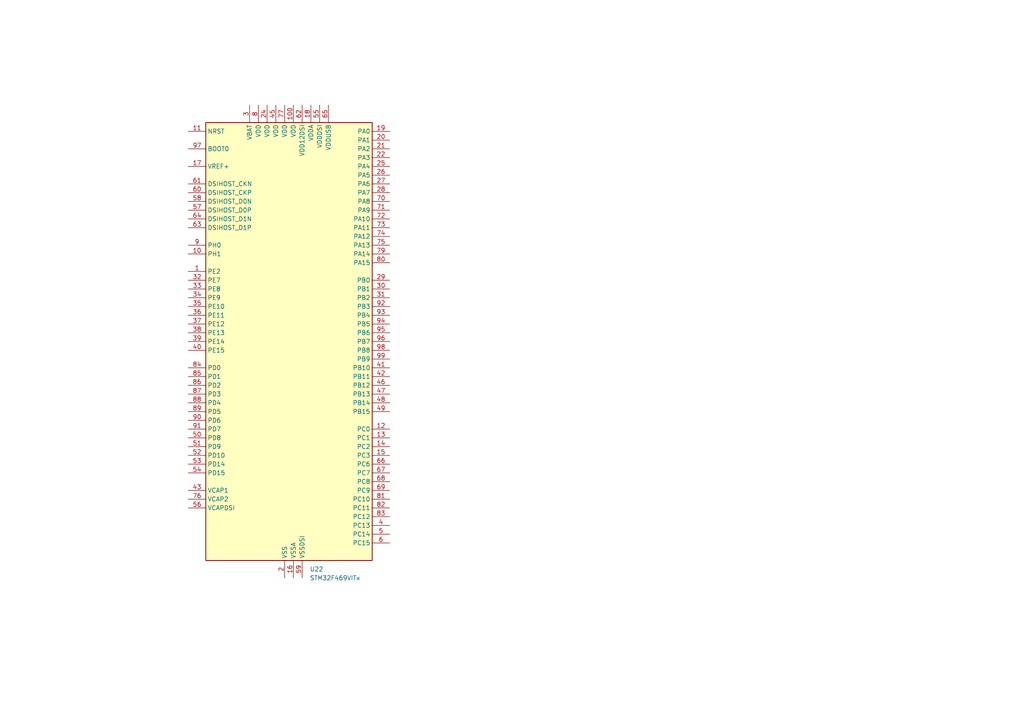
<source format=kicad_sch>
(kicad_sch (version 20231120) (generator "eeschema") (generator_version "8.0")
  (paper "A4")
  (lib_symbols
    (symbol "MCU_ST_STM32F4:STM32F469VITx"
      (property "Reference" "U" (at -22.86 64.77 0))
      (property "Value" "STM32F469VITx" (at 15.24 64.77 0))
      (symbol "STM32F469VITx_0_1"
        (rectangle (start -22.86 -63.5) (end 25.4 63.5) (stroke (width 0.254)) (fill (type background)))
      )
      (symbol "STM32F469VITx_1_1"
        (pin bidirectional line (at -27.94 20.32 0) (length 5.08) (name "PE2") (number "1"))
        (pin bidirectional line (at -27.94 25.4 0) (length 5.08) (name "PH1") (number "10"))
        (pin power_in line (at 2.54 68.58 270) (length 5.08) (name "VDD") (number "100"))
        (pin input line (at -27.94 60.96 0) (length 5.08) (name "NRST") (number "11"))
        (pin bidirectional line (at 30.48 -25.4 180) (length 5.08) (name "PC0") (number "12"))
        (pin bidirectional line (at 30.48 -27.94 180) (length 5.08) (name "PC1") (number "13"))
        (pin bidirectional line (at 30.48 -30.48 180) (length 5.08) (name "PC2") (number "14"))
        (pin bidirectional line (at 30.48 -33.02 180) (length 5.08) (name "PC3") (number "15"))
        (pin power_in line (at 2.54 -68.58 90) (length 5.08) (name "VSSA") (number "16"))
        (pin input line (at -27.94 50.8 0) (length 5.08) (name "VREF+") (number "17"))
        (pin power_in line (at 7.62 68.58 270) (length 5.08) (name "VDDA") (number "18"))
        (pin bidirectional line (at 30.48 60.96 180) (length 5.08) (name "PA0") (number "19"))
        (pin power_in line (at 0 -68.58 90) (length 5.08) (name "VSS") (number "2"))
        (pin bidirectional line (at 30.48 58.42 180) (length 5.08) (name "PA1") (number "20"))
        (pin bidirectional line (at 30.48 55.88 180) (length 5.08) (name "PA2") (number "21"))
        (pin bidirectional line (at 30.48 53.34 180) (length 5.08) (name "PA3") (number "22"))
        (pin passive line (at 0 -68.58 90) (length 5.08) hide (name "VSS") (number "23"))
        (pin power_in line (at -5.08 68.58 270) (length 5.08) (name "VDD") (number "24"))
        (pin bidirectional line (at 30.48 50.8 180) (length 5.08) (name "PA4") (number "25"))
        (pin bidirectional line (at 30.48 48.26 180) (length 5.08) (name "PA5") (number "26"))
        (pin bidirectional line (at 30.48 45.72 180) (length 5.08) (name "PA6") (number "27"))
        (pin bidirectional line (at 30.48 43.18 180) (length 5.08) (name "PA7") (number "28"))
        (pin bidirectional line (at 30.48 17.78 180) (length 5.08) (name "PB0") (number "29"))
        (pin power_in line (at -10.16 68.58 270) (length 5.08) (name "VBAT") (number "3"))
        (pin bidirectional line (at 30.48 15.24 180) (length 5.08) (name "PB1") (number "30"))
        (pin bidirectional line (at 30.48 12.7 180) (length 5.08) (name "PB2") (number "31"))
        (pin bidirectional line (at -27.94 17.78 0) (length 5.08) (name "PE7") (number "32"))
        (pin bidirectional line (at -27.94 15.24 0) (length 5.08) (name "PE8") (number "33"))
        (pin bidirectional line (at -27.94 12.7 0) (length 5.08) (name "PE9") (number "34"))
        (pin bidirectional line (at -27.94 10.16 0) (length 5.08) (name "PE10") (number "35"))
        (pin bidirectional line (at -27.94 7.62 0) (length 5.08) (name "PE11") (number "36"))
        (pin bidirectional line (at -27.94 5.08 0) (length 5.08) (name "PE12") (number "37"))
        (pin bidirectional line (at -27.94 2.54 0) (length 5.08) (name "PE13") (number "38"))
        (pin bidirectional line (at -27.94 0 0) (length 5.08) (name "PE14") (number "39"))
        (pin bidirectional line (at 30.48 -53.34 180) (length 5.08) (name "PC13") (number "4"))
        (pin bidirectional line (at -27.94 -2.54 0) (length 5.08) (name "PE15") (number "40"))
        (pin bidirectional line (at 30.48 -7.62 180) (length 5.08) (name "PB10") (number "41"))
        (pin bidirectional line (at 30.48 -10.16 180) (length 5.08) (name "PB11") (number "42"))
        (pin power_out line (at -27.94 -43.18 0) (length 5.08) (name "VCAP1") (number "43"))
        (pin passive line (at 0 -68.58 90) (length 5.08) hide (name "VSS") (number "44"))
        (pin power_in line (at -2.54 68.58 270) (length 5.08) (name "VDD") (number "45"))
        (pin bidirectional line (at 30.48 -12.7 180) (length 5.08) (name "PB12") (number "46"))
        (pin bidirectional line (at 30.48 -15.24 180) (length 5.08) (name "PB13") (number "47"))
        (pin bidirectional line (at 30.48 -17.78 180) (length 5.08) (name "PB14") (number "48"))
        (pin bidirectional line (at 30.48 -20.32 180) (length 5.08) (name "PB15") (number "49"))
        (pin bidirectional line (at 30.48 -55.88 180) (length 5.08) (name "PC14") (number "5"))
        (pin bidirectional line (at -27.94 -27.94 0) (length 5.08) (name "PD8") (number "50"))
        (pin bidirectional line (at -27.94 -30.48 0) (length 5.08) (name "PD9") (number "51"))
        (pin bidirectional line (at -27.94 -33.02 0) (length 5.08) (name "PD10") (number "52"))
        (pin bidirectional line (at -27.94 -35.56 0) (length 5.08) (name "PD14") (number "53"))
        (pin bidirectional line (at -27.94 -38.1 0) (length 5.08) (name "PD15") (number "54"))
        (pin power_in line (at 10.16 68.58 270) (length 5.08) (name "VDDDSI") (number "55"))
        (pin power_out line (at -27.94 -48.26 0) (length 5.08) (name "VCAPDSI") (number "56"))
        (pin bidirectional line (at -27.94 38.1 0) (length 5.08) (name "DSIHOST_D0P") (number "57"))
        (pin bidirectional line (at -27.94 40.64 0) (length 5.08) (name "DSIHOST_D0N") (number "58"))
        (pin power_in line (at 5.08 -68.58 90) (length 5.08) (name "VSSDSI") (number "59"))
        (pin bidirectional line (at 30.48 -58.42 180) (length 5.08) (name "PC15") (number "6"))
        (pin bidirectional line (at -27.94 43.18 0) (length 5.08) (name "DSIHOST_CKP") (number "60"))
        (pin bidirectional line (at -27.94 45.72 0) (length 5.08) (name "DSIHOST_CKN") (number "61"))
        (pin power_in line (at 5.08 68.58 270) (length 5.08) (name "VDD12DSI") (number "62"))
        (pin bidirectional line (at -27.94 33.02 0) (length 5.08) (name "DSIHOST_D1P") (number "63"))
        (pin bidirectional line (at -27.94 35.56 0) (length 5.08) (name "DSIHOST_D1N") (number "64"))
        (pin power_in line (at 12.7 68.58 270) (length 5.08) (name "VDDUSB") (number "65"))
        (pin bidirectional line (at 30.48 -35.56 180) (length 5.08) (name "PC6") (number "66"))
        (pin bidirectional line (at 30.48 -38.1 180) (length 5.08) (name "PC7") (number "67"))
        (pin bidirectional line (at 30.48 -40.64 180) (length 5.08) (name "PC8") (number "68"))
        (pin bidirectional line (at 30.48 -43.18 180) (length 5.08) (name "PC9") (number "69"))
        (pin passive line (at 0 -68.58 90) (length 5.08) hide (name "VSS") (number "7"))
        (pin bidirectional line (at 30.48 40.64 180) (length 5.08) (name "PA8") (number "70"))
        (pin bidirectional line (at 30.48 38.1 180) (length 5.08) (name "PA9") (number "71"))
        (pin bidirectional line (at 30.48 35.56 180) (length 5.08) (name "PA10") (number "72"))
        (pin bidirectional line (at 30.48 33.02 180) (length 5.08) (name "PA11") (number "73"))
        (pin bidirectional line (at 30.48 30.48 180) (length 5.08) (name "PA12") (number "74"))
        (pin bidirectional line (at 30.48 27.94 180) (length 5.08) (name "PA13") (number "75"))
        (pin power_out line (at -27.94 -45.72 0) (length 5.08) (name "VCAP2") (number "76"))
        (pin power_in line (at 0 68.58 270) (length 5.08) (name "VDD") (number "77"))
        (pin passive line (at 0 -68.58 90) (length 5.08) hide (name "VSS") (number "78"))
        (pin bidirectional line (at 30.48 25.4 180) (length 5.08) (name "PA14") (number "79"))
        (pin power_in line (at -7.62 68.58 270) (length 5.08) (name "VDD") (number "8"))
        (pin bidirectional line (at 30.48 22.86 180) (length 5.08) (name "PA15") (number "80"))
        (pin bidirectional line (at 30.48 -45.72 180) (length 5.08) (name "PC10") (number "81"))
        (pin bidirectional line (at 30.48 -48.26 180) (length 5.08) (name "PC11") (number "82"))
        (pin bidirectional line (at 30.48 -50.8 180) (length 5.08) (name "PC12") (number "83"))
        (pin bidirectional line (at -27.94 -7.62 0) (length 5.08) (name "PD0") (number "84"))
        (pin bidirectional line (at -27.94 -10.16 0) (length 5.08) (name "PD1") (number "85"))
        (pin bidirectional line (at -27.94 -12.7 0) (length 5.08) (name "PD2") (number "86"))
        (pin bidirectional line (at -27.94 -15.24 0) (length 5.08) (name "PD3") (number "87"))
        (pin bidirectional line (at -27.94 -17.78 0) (length 5.08) (name "PD4") (number "88"))
        (pin bidirectional line (at -27.94 -20.32 0) (length 5.08) (name "PD5") (number "89"))
        (pin bidirectional line (at -27.94 27.94 0) (length 5.08) (name "PH0") (number "9"))
        (pin bidirectional line (at -27.94 -22.86 0) (length 5.08) (name "PD6") (number "90"))
        (pin bidirectional line (at -27.94 -25.4 0) (length 5.08) (name "PD7") (number "91"))
        (pin bidirectional line (at 30.48 10.16 180) (length 5.08) (name "PB3") (number "92"))
        (pin bidirectional line (at 30.48 7.62 180) (length 5.08) (name "PB4") (number "93"))
        (pin bidirectional line (at 30.48 5.08 180) (length 5.08) (name "PB5") (number "94"))
        (pin bidirectional line (at 30.48 2.54 180) (length 5.08) (name "PB6") (number "95"))
        (pin bidirectional line (at 30.48 0 180) (length 5.08) (name "PB7") (number "96"))
        (pin input line (at -27.94 55.88 0) (length 5.08) (name "BOOT0") (number "97"))
        (pin bidirectional line (at 30.48 -2.54 180) (length 5.08) (name "PB8") (number "98"))
        (pin bidirectional line (at 30.48 -5.08 180) (length 5.08) (name "PB9") (number "99"))
      )
    )
  )
  (symbol (lib_id "MCU_ST_STM32F4:STM32F469VITx") (at 82.55 99.06 0) (unit 1)
    (property "Reference" "U22" (at 89.8241 165.1 0) (effects (justify left)))
    (property "Value" "STM32F469VITx" (at 89.8241 167.64 0) (effects (justify left)))
    (property "Footprint" "Package_QFP:LQFP-100_14x14mm_P0.5mm" (effects (hide yes)))
    (property "Datasheet" "https://www.st.com/resource/en/datasheet/stm32f469vi.pdf" (effects (hide yes)))
    (property "Description" "STMicroelectronics Arm Cortex-M4 MCU, 2048KB flash, 384KB RAM, 180 MHz, 1.7-3.6V, 71 GPIO, LQFP100" (effects (hide yes)))
  )
)
</source>
